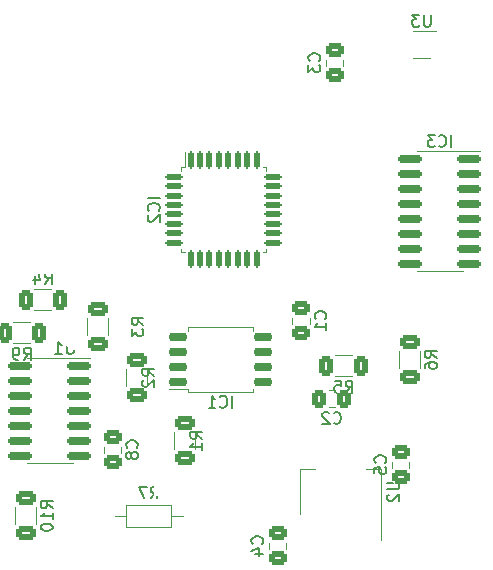
<source format=gbo>
%TF.GenerationSoftware,KiCad,Pcbnew,7.0.1*%
%TF.CreationDate,2023-04-28T23:06:09+02:00*%
%TF.ProjectId,test_ADC_and_CurrentSensors,74657374-5f41-4444-935f-616e645f4375,rev?*%
%TF.SameCoordinates,Original*%
%TF.FileFunction,Legend,Bot*%
%TF.FilePolarity,Positive*%
%FSLAX46Y46*%
G04 Gerber Fmt 4.6, Leading zero omitted, Abs format (unit mm)*
G04 Created by KiCad (PCBNEW 7.0.1) date 2023-04-28 23:06:09*
%MOMM*%
%LPD*%
G01*
G04 APERTURE LIST*
G04 Aperture macros list*
%AMRoundRect*
0 Rectangle with rounded corners*
0 $1 Rounding radius*
0 $2 $3 $4 $5 $6 $7 $8 $9 X,Y pos of 4 corners*
0 Add a 4 corners polygon primitive as box body*
4,1,4,$2,$3,$4,$5,$6,$7,$8,$9,$2,$3,0*
0 Add four circle primitives for the rounded corners*
1,1,$1+$1,$2,$3*
1,1,$1+$1,$4,$5*
1,1,$1+$1,$6,$7*
1,1,$1+$1,$8,$9*
0 Add four rect primitives between the rounded corners*
20,1,$1+$1,$2,$3,$4,$5,0*
20,1,$1+$1,$4,$5,$6,$7,0*
20,1,$1+$1,$6,$7,$8,$9,0*
20,1,$1+$1,$8,$9,$2,$3,0*%
G04 Aperture macros list end*
%ADD10C,0.150000*%
%ADD11C,0.120000*%
%ADD12R,1.700000X1.700000*%
%ADD13O,1.700000X1.700000*%
%ADD14C,1.400000*%
%ADD15O,1.400000X1.400000*%
%ADD16RoundRect,0.125000X-0.125000X0.625000X-0.125000X-0.625000X0.125000X-0.625000X0.125000X0.625000X0*%
%ADD17RoundRect,0.125000X-0.625000X0.125000X-0.625000X-0.125000X0.625000X-0.125000X0.625000X0.125000X0*%
%ADD18RoundRect,0.250000X-0.312500X-0.625000X0.312500X-0.625000X0.312500X0.625000X-0.312500X0.625000X0*%
%ADD19RoundRect,0.250000X0.625000X-0.312500X0.625000X0.312500X-0.625000X0.312500X-0.625000X-0.312500X0*%
%ADD20RoundRect,0.250000X-0.337500X-0.475000X0.337500X-0.475000X0.337500X0.475000X-0.337500X0.475000X0*%
%ADD21RoundRect,0.250000X-0.475000X0.337500X-0.475000X-0.337500X0.475000X-0.337500X0.475000X0.337500X0*%
%ADD22RoundRect,0.150000X0.825000X0.150000X-0.825000X0.150000X-0.825000X-0.150000X0.825000X-0.150000X0*%
%ADD23RoundRect,0.250000X0.312500X0.625000X-0.312500X0.625000X-0.312500X-0.625000X0.312500X-0.625000X0*%
%ADD24R,0.650000X0.400000*%
%ADD25RoundRect,0.250000X0.475000X-0.337500X0.475000X0.337500X-0.475000X0.337500X-0.475000X-0.337500X0*%
%ADD26RoundRect,0.150000X-0.650000X-0.150000X0.650000X-0.150000X0.650000X0.150000X-0.650000X0.150000X0*%
%ADD27R,1.500000X2.000000*%
%ADD28R,3.800000X2.000000*%
G04 APERTURE END LIST*
D10*
%TO.C,IC2*%
X40556619Y-48045810D02*
X39556619Y-48045810D01*
X40461380Y-49093428D02*
X40509000Y-49045809D01*
X40509000Y-49045809D02*
X40556619Y-48902952D01*
X40556619Y-48902952D02*
X40556619Y-48807714D01*
X40556619Y-48807714D02*
X40509000Y-48664857D01*
X40509000Y-48664857D02*
X40413761Y-48569619D01*
X40413761Y-48569619D02*
X40318523Y-48522000D01*
X40318523Y-48522000D02*
X40128047Y-48474381D01*
X40128047Y-48474381D02*
X39985190Y-48474381D01*
X39985190Y-48474381D02*
X39794714Y-48522000D01*
X39794714Y-48522000D02*
X39699476Y-48569619D01*
X39699476Y-48569619D02*
X39604238Y-48664857D01*
X39604238Y-48664857D02*
X39556619Y-48807714D01*
X39556619Y-48807714D02*
X39556619Y-48902952D01*
X39556619Y-48902952D02*
X39604238Y-49045809D01*
X39604238Y-49045809D02*
X39651857Y-49093428D01*
X39651857Y-49474381D02*
X39604238Y-49522000D01*
X39604238Y-49522000D02*
X39556619Y-49617238D01*
X39556619Y-49617238D02*
X39556619Y-49855333D01*
X39556619Y-49855333D02*
X39604238Y-49950571D01*
X39604238Y-49950571D02*
X39651857Y-49998190D01*
X39651857Y-49998190D02*
X39747095Y-50045809D01*
X39747095Y-50045809D02*
X39842333Y-50045809D01*
X39842333Y-50045809D02*
X39985190Y-49998190D01*
X39985190Y-49998190D02*
X40556619Y-49426762D01*
X40556619Y-49426762D02*
X40556619Y-50045809D01*
%TO.C,R5*%
X56300666Y-64512619D02*
X56633999Y-64036428D01*
X56872094Y-64512619D02*
X56872094Y-63512619D01*
X56872094Y-63512619D02*
X56491142Y-63512619D01*
X56491142Y-63512619D02*
X56395904Y-63560238D01*
X56395904Y-63560238D02*
X56348285Y-63607857D01*
X56348285Y-63607857D02*
X56300666Y-63703095D01*
X56300666Y-63703095D02*
X56300666Y-63845952D01*
X56300666Y-63845952D02*
X56348285Y-63941190D01*
X56348285Y-63941190D02*
X56395904Y-63988809D01*
X56395904Y-63988809D02*
X56491142Y-64036428D01*
X56491142Y-64036428D02*
X56872094Y-64036428D01*
X55395904Y-63512619D02*
X55872094Y-63512619D01*
X55872094Y-63512619D02*
X55919713Y-63988809D01*
X55919713Y-63988809D02*
X55872094Y-63941190D01*
X55872094Y-63941190D02*
X55776856Y-63893571D01*
X55776856Y-63893571D02*
X55538761Y-63893571D01*
X55538761Y-63893571D02*
X55443523Y-63941190D01*
X55443523Y-63941190D02*
X55395904Y-63988809D01*
X55395904Y-63988809D02*
X55348285Y-64084047D01*
X55348285Y-64084047D02*
X55348285Y-64322142D01*
X55348285Y-64322142D02*
X55395904Y-64417380D01*
X55395904Y-64417380D02*
X55443523Y-64465000D01*
X55443523Y-64465000D02*
X55538761Y-64512619D01*
X55538761Y-64512619D02*
X55776856Y-64512619D01*
X55776856Y-64512619D02*
X55872094Y-64465000D01*
X55872094Y-64465000D02*
X55919713Y-64417380D01*
%TO.C,R2*%
X40090619Y-63079333D02*
X39614428Y-62746000D01*
X40090619Y-62507905D02*
X39090619Y-62507905D01*
X39090619Y-62507905D02*
X39090619Y-62888857D01*
X39090619Y-62888857D02*
X39138238Y-62984095D01*
X39138238Y-62984095D02*
X39185857Y-63031714D01*
X39185857Y-63031714D02*
X39281095Y-63079333D01*
X39281095Y-63079333D02*
X39423952Y-63079333D01*
X39423952Y-63079333D02*
X39519190Y-63031714D01*
X39519190Y-63031714D02*
X39566809Y-62984095D01*
X39566809Y-62984095D02*
X39614428Y-62888857D01*
X39614428Y-62888857D02*
X39614428Y-62507905D01*
X39185857Y-63460286D02*
X39138238Y-63507905D01*
X39138238Y-63507905D02*
X39090619Y-63603143D01*
X39090619Y-63603143D02*
X39090619Y-63841238D01*
X39090619Y-63841238D02*
X39138238Y-63936476D01*
X39138238Y-63936476D02*
X39185857Y-63984095D01*
X39185857Y-63984095D02*
X39281095Y-64031714D01*
X39281095Y-64031714D02*
X39376333Y-64031714D01*
X39376333Y-64031714D02*
X39519190Y-63984095D01*
X39519190Y-63984095D02*
X40090619Y-63412667D01*
X40090619Y-63412667D02*
X40090619Y-64031714D01*
%TO.C,C2*%
X55284666Y-67071380D02*
X55332285Y-67119000D01*
X55332285Y-67119000D02*
X55475142Y-67166619D01*
X55475142Y-67166619D02*
X55570380Y-67166619D01*
X55570380Y-67166619D02*
X55713237Y-67119000D01*
X55713237Y-67119000D02*
X55808475Y-67023761D01*
X55808475Y-67023761D02*
X55856094Y-66928523D01*
X55856094Y-66928523D02*
X55903713Y-66738047D01*
X55903713Y-66738047D02*
X55903713Y-66595190D01*
X55903713Y-66595190D02*
X55856094Y-66404714D01*
X55856094Y-66404714D02*
X55808475Y-66309476D01*
X55808475Y-66309476D02*
X55713237Y-66214238D01*
X55713237Y-66214238D02*
X55570380Y-66166619D01*
X55570380Y-66166619D02*
X55475142Y-66166619D01*
X55475142Y-66166619D02*
X55332285Y-66214238D01*
X55332285Y-66214238D02*
X55284666Y-66261857D01*
X54903713Y-66261857D02*
X54856094Y-66214238D01*
X54856094Y-66214238D02*
X54760856Y-66166619D01*
X54760856Y-66166619D02*
X54522761Y-66166619D01*
X54522761Y-66166619D02*
X54427523Y-66214238D01*
X54427523Y-66214238D02*
X54379904Y-66261857D01*
X54379904Y-66261857D02*
X54332285Y-66357095D01*
X54332285Y-66357095D02*
X54332285Y-66452333D01*
X54332285Y-66452333D02*
X54379904Y-66595190D01*
X54379904Y-66595190D02*
X54951332Y-67166619D01*
X54951332Y-67166619D02*
X54332285Y-67166619D01*
%TO.C,C4*%
X49233380Y-77303333D02*
X49281000Y-77255714D01*
X49281000Y-77255714D02*
X49328619Y-77112857D01*
X49328619Y-77112857D02*
X49328619Y-77017619D01*
X49328619Y-77017619D02*
X49281000Y-76874762D01*
X49281000Y-76874762D02*
X49185761Y-76779524D01*
X49185761Y-76779524D02*
X49090523Y-76731905D01*
X49090523Y-76731905D02*
X48900047Y-76684286D01*
X48900047Y-76684286D02*
X48757190Y-76684286D01*
X48757190Y-76684286D02*
X48566714Y-76731905D01*
X48566714Y-76731905D02*
X48471476Y-76779524D01*
X48471476Y-76779524D02*
X48376238Y-76874762D01*
X48376238Y-76874762D02*
X48328619Y-77017619D01*
X48328619Y-77017619D02*
X48328619Y-77112857D01*
X48328619Y-77112857D02*
X48376238Y-77255714D01*
X48376238Y-77255714D02*
X48423857Y-77303333D01*
X48661952Y-78160476D02*
X49328619Y-78160476D01*
X48281000Y-77922381D02*
X48995285Y-77684286D01*
X48995285Y-77684286D02*
X48995285Y-78303333D01*
%TO.C,IC3*%
X65243189Y-43711619D02*
X65243189Y-42711619D01*
X64195571Y-43616380D02*
X64243190Y-43664000D01*
X64243190Y-43664000D02*
X64386047Y-43711619D01*
X64386047Y-43711619D02*
X64481285Y-43711619D01*
X64481285Y-43711619D02*
X64624142Y-43664000D01*
X64624142Y-43664000D02*
X64719380Y-43568761D01*
X64719380Y-43568761D02*
X64766999Y-43473523D01*
X64766999Y-43473523D02*
X64814618Y-43283047D01*
X64814618Y-43283047D02*
X64814618Y-43140190D01*
X64814618Y-43140190D02*
X64766999Y-42949714D01*
X64766999Y-42949714D02*
X64719380Y-42854476D01*
X64719380Y-42854476D02*
X64624142Y-42759238D01*
X64624142Y-42759238D02*
X64481285Y-42711619D01*
X64481285Y-42711619D02*
X64386047Y-42711619D01*
X64386047Y-42711619D02*
X64243190Y-42759238D01*
X64243190Y-42759238D02*
X64195571Y-42806857D01*
X63862237Y-42711619D02*
X63243190Y-42711619D01*
X63243190Y-42711619D02*
X63576523Y-43092571D01*
X63576523Y-43092571D02*
X63433666Y-43092571D01*
X63433666Y-43092571D02*
X63338428Y-43140190D01*
X63338428Y-43140190D02*
X63290809Y-43187809D01*
X63290809Y-43187809D02*
X63243190Y-43283047D01*
X63243190Y-43283047D02*
X63243190Y-43521142D01*
X63243190Y-43521142D02*
X63290809Y-43616380D01*
X63290809Y-43616380D02*
X63338428Y-43664000D01*
X63338428Y-43664000D02*
X63433666Y-43711619D01*
X63433666Y-43711619D02*
X63719380Y-43711619D01*
X63719380Y-43711619D02*
X63814618Y-43664000D01*
X63814618Y-43664000D02*
X63862237Y-43616380D01*
%TO.C,R3*%
X39188619Y-58761333D02*
X38712428Y-58428000D01*
X39188619Y-58189905D02*
X38188619Y-58189905D01*
X38188619Y-58189905D02*
X38188619Y-58570857D01*
X38188619Y-58570857D02*
X38236238Y-58666095D01*
X38236238Y-58666095D02*
X38283857Y-58713714D01*
X38283857Y-58713714D02*
X38379095Y-58761333D01*
X38379095Y-58761333D02*
X38521952Y-58761333D01*
X38521952Y-58761333D02*
X38617190Y-58713714D01*
X38617190Y-58713714D02*
X38664809Y-58666095D01*
X38664809Y-58666095D02*
X38712428Y-58570857D01*
X38712428Y-58570857D02*
X38712428Y-58189905D01*
X38188619Y-59094667D02*
X38188619Y-59713714D01*
X38188619Y-59713714D02*
X38569571Y-59380381D01*
X38569571Y-59380381D02*
X38569571Y-59523238D01*
X38569571Y-59523238D02*
X38617190Y-59618476D01*
X38617190Y-59618476D02*
X38664809Y-59666095D01*
X38664809Y-59666095D02*
X38760047Y-59713714D01*
X38760047Y-59713714D02*
X38998142Y-59713714D01*
X38998142Y-59713714D02*
X39093380Y-59666095D01*
X39093380Y-59666095D02*
X39141000Y-59618476D01*
X39141000Y-59618476D02*
X39188619Y-59523238D01*
X39188619Y-59523238D02*
X39188619Y-59237524D01*
X39188619Y-59237524D02*
X39141000Y-59142286D01*
X39141000Y-59142286D02*
X39093380Y-59094667D01*
%TO.C,R1*%
X44154619Y-68413333D02*
X43678428Y-68080000D01*
X44154619Y-67841905D02*
X43154619Y-67841905D01*
X43154619Y-67841905D02*
X43154619Y-68222857D01*
X43154619Y-68222857D02*
X43202238Y-68318095D01*
X43202238Y-68318095D02*
X43249857Y-68365714D01*
X43249857Y-68365714D02*
X43345095Y-68413333D01*
X43345095Y-68413333D02*
X43487952Y-68413333D01*
X43487952Y-68413333D02*
X43583190Y-68365714D01*
X43583190Y-68365714D02*
X43630809Y-68318095D01*
X43630809Y-68318095D02*
X43678428Y-68222857D01*
X43678428Y-68222857D02*
X43678428Y-67841905D01*
X44154619Y-69365714D02*
X44154619Y-68794286D01*
X44154619Y-69080000D02*
X43154619Y-69080000D01*
X43154619Y-69080000D02*
X43297476Y-68984762D01*
X43297476Y-68984762D02*
X43392714Y-68889524D01*
X43392714Y-68889524D02*
X43440333Y-68794286D01*
%TO.C,R4*%
X30839166Y-55284619D02*
X31172499Y-54808428D01*
X31410594Y-55284619D02*
X31410594Y-54284619D01*
X31410594Y-54284619D02*
X31029642Y-54284619D01*
X31029642Y-54284619D02*
X30934404Y-54332238D01*
X30934404Y-54332238D02*
X30886785Y-54379857D01*
X30886785Y-54379857D02*
X30839166Y-54475095D01*
X30839166Y-54475095D02*
X30839166Y-54617952D01*
X30839166Y-54617952D02*
X30886785Y-54713190D01*
X30886785Y-54713190D02*
X30934404Y-54760809D01*
X30934404Y-54760809D02*
X31029642Y-54808428D01*
X31029642Y-54808428D02*
X31410594Y-54808428D01*
X29982023Y-54617952D02*
X29982023Y-55284619D01*
X30220118Y-54237000D02*
X30458213Y-54951285D01*
X30458213Y-54951285D02*
X29839166Y-54951285D01*
%TO.C,U3*%
X63499904Y-32514619D02*
X63499904Y-33324142D01*
X63499904Y-33324142D02*
X63452285Y-33419380D01*
X63452285Y-33419380D02*
X63404666Y-33467000D01*
X63404666Y-33467000D02*
X63309428Y-33514619D01*
X63309428Y-33514619D02*
X63118952Y-33514619D01*
X63118952Y-33514619D02*
X63023714Y-33467000D01*
X63023714Y-33467000D02*
X62976095Y-33419380D01*
X62976095Y-33419380D02*
X62928476Y-33324142D01*
X62928476Y-33324142D02*
X62928476Y-32514619D01*
X62547523Y-32514619D02*
X61928476Y-32514619D01*
X61928476Y-32514619D02*
X62261809Y-32895571D01*
X62261809Y-32895571D02*
X62118952Y-32895571D01*
X62118952Y-32895571D02*
X62023714Y-32943190D01*
X62023714Y-32943190D02*
X61976095Y-32990809D01*
X61976095Y-32990809D02*
X61928476Y-33086047D01*
X61928476Y-33086047D02*
X61928476Y-33324142D01*
X61928476Y-33324142D02*
X61976095Y-33419380D01*
X61976095Y-33419380D02*
X62023714Y-33467000D01*
X62023714Y-33467000D02*
X62118952Y-33514619D01*
X62118952Y-33514619D02*
X62404666Y-33514619D01*
X62404666Y-33514619D02*
X62499904Y-33467000D01*
X62499904Y-33467000D02*
X62547523Y-33419380D01*
%TO.C,R9*%
X29061166Y-61718619D02*
X29394499Y-61242428D01*
X29632594Y-61718619D02*
X29632594Y-60718619D01*
X29632594Y-60718619D02*
X29251642Y-60718619D01*
X29251642Y-60718619D02*
X29156404Y-60766238D01*
X29156404Y-60766238D02*
X29108785Y-60813857D01*
X29108785Y-60813857D02*
X29061166Y-60909095D01*
X29061166Y-60909095D02*
X29061166Y-61051952D01*
X29061166Y-61051952D02*
X29108785Y-61147190D01*
X29108785Y-61147190D02*
X29156404Y-61194809D01*
X29156404Y-61194809D02*
X29251642Y-61242428D01*
X29251642Y-61242428D02*
X29632594Y-61242428D01*
X28584975Y-61718619D02*
X28394499Y-61718619D01*
X28394499Y-61718619D02*
X28299261Y-61671000D01*
X28299261Y-61671000D02*
X28251642Y-61623380D01*
X28251642Y-61623380D02*
X28156404Y-61480523D01*
X28156404Y-61480523D02*
X28108785Y-61290047D01*
X28108785Y-61290047D02*
X28108785Y-60909095D01*
X28108785Y-60909095D02*
X28156404Y-60813857D01*
X28156404Y-60813857D02*
X28204023Y-60766238D01*
X28204023Y-60766238D02*
X28299261Y-60718619D01*
X28299261Y-60718619D02*
X28489737Y-60718619D01*
X28489737Y-60718619D02*
X28584975Y-60766238D01*
X28584975Y-60766238D02*
X28632594Y-60813857D01*
X28632594Y-60813857D02*
X28680213Y-60909095D01*
X28680213Y-60909095D02*
X28680213Y-61147190D01*
X28680213Y-61147190D02*
X28632594Y-61242428D01*
X28632594Y-61242428D02*
X28584975Y-61290047D01*
X28584975Y-61290047D02*
X28489737Y-61337666D01*
X28489737Y-61337666D02*
X28299261Y-61337666D01*
X28299261Y-61337666D02*
X28204023Y-61290047D01*
X28204023Y-61290047D02*
X28156404Y-61242428D01*
X28156404Y-61242428D02*
X28108785Y-61147190D01*
%TO.C,R7*%
X39790666Y-73472619D02*
X40123999Y-72996428D01*
X40362094Y-73472619D02*
X40362094Y-72472619D01*
X40362094Y-72472619D02*
X39981142Y-72472619D01*
X39981142Y-72472619D02*
X39885904Y-72520238D01*
X39885904Y-72520238D02*
X39838285Y-72567857D01*
X39838285Y-72567857D02*
X39790666Y-72663095D01*
X39790666Y-72663095D02*
X39790666Y-72805952D01*
X39790666Y-72805952D02*
X39838285Y-72901190D01*
X39838285Y-72901190D02*
X39885904Y-72948809D01*
X39885904Y-72948809D02*
X39981142Y-72996428D01*
X39981142Y-72996428D02*
X40362094Y-72996428D01*
X39457332Y-72472619D02*
X38790666Y-72472619D01*
X38790666Y-72472619D02*
X39219237Y-73472619D01*
%TO.C,C1*%
X54576380Y-58253333D02*
X54624000Y-58205714D01*
X54624000Y-58205714D02*
X54671619Y-58062857D01*
X54671619Y-58062857D02*
X54671619Y-57967619D01*
X54671619Y-57967619D02*
X54624000Y-57824762D01*
X54624000Y-57824762D02*
X54528761Y-57729524D01*
X54528761Y-57729524D02*
X54433523Y-57681905D01*
X54433523Y-57681905D02*
X54243047Y-57634286D01*
X54243047Y-57634286D02*
X54100190Y-57634286D01*
X54100190Y-57634286D02*
X53909714Y-57681905D01*
X53909714Y-57681905D02*
X53814476Y-57729524D01*
X53814476Y-57729524D02*
X53719238Y-57824762D01*
X53719238Y-57824762D02*
X53671619Y-57967619D01*
X53671619Y-57967619D02*
X53671619Y-58062857D01*
X53671619Y-58062857D02*
X53719238Y-58205714D01*
X53719238Y-58205714D02*
X53766857Y-58253333D01*
X54671619Y-59205714D02*
X54671619Y-58634286D01*
X54671619Y-58920000D02*
X53671619Y-58920000D01*
X53671619Y-58920000D02*
X53814476Y-58824762D01*
X53814476Y-58824762D02*
X53909714Y-58729524D01*
X53909714Y-58729524D02*
X53957333Y-58634286D01*
%TO.C,R10*%
X31492619Y-74287142D02*
X31016428Y-73953809D01*
X31492619Y-73715714D02*
X30492619Y-73715714D01*
X30492619Y-73715714D02*
X30492619Y-74096666D01*
X30492619Y-74096666D02*
X30540238Y-74191904D01*
X30540238Y-74191904D02*
X30587857Y-74239523D01*
X30587857Y-74239523D02*
X30683095Y-74287142D01*
X30683095Y-74287142D02*
X30825952Y-74287142D01*
X30825952Y-74287142D02*
X30921190Y-74239523D01*
X30921190Y-74239523D02*
X30968809Y-74191904D01*
X30968809Y-74191904D02*
X31016428Y-74096666D01*
X31016428Y-74096666D02*
X31016428Y-73715714D01*
X31492619Y-75239523D02*
X31492619Y-74668095D01*
X31492619Y-74953809D02*
X30492619Y-74953809D01*
X30492619Y-74953809D02*
X30635476Y-74858571D01*
X30635476Y-74858571D02*
X30730714Y-74763333D01*
X30730714Y-74763333D02*
X30778333Y-74668095D01*
X30492619Y-75858571D02*
X30492619Y-75953809D01*
X30492619Y-75953809D02*
X30540238Y-76049047D01*
X30540238Y-76049047D02*
X30587857Y-76096666D01*
X30587857Y-76096666D02*
X30683095Y-76144285D01*
X30683095Y-76144285D02*
X30873571Y-76191904D01*
X30873571Y-76191904D02*
X31111666Y-76191904D01*
X31111666Y-76191904D02*
X31302142Y-76144285D01*
X31302142Y-76144285D02*
X31397380Y-76096666D01*
X31397380Y-76096666D02*
X31445000Y-76049047D01*
X31445000Y-76049047D02*
X31492619Y-75953809D01*
X31492619Y-75953809D02*
X31492619Y-75858571D01*
X31492619Y-75858571D02*
X31445000Y-75763333D01*
X31445000Y-75763333D02*
X31397380Y-75715714D01*
X31397380Y-75715714D02*
X31302142Y-75668095D01*
X31302142Y-75668095D02*
X31111666Y-75620476D01*
X31111666Y-75620476D02*
X30873571Y-75620476D01*
X30873571Y-75620476D02*
X30683095Y-75668095D01*
X30683095Y-75668095D02*
X30587857Y-75715714D01*
X30587857Y-75715714D02*
X30540238Y-75763333D01*
X30540238Y-75763333D02*
X30492619Y-75858571D01*
%TO.C,IC1*%
X46696189Y-65774619D02*
X46696189Y-64774619D01*
X45648571Y-65679380D02*
X45696190Y-65727000D01*
X45696190Y-65727000D02*
X45839047Y-65774619D01*
X45839047Y-65774619D02*
X45934285Y-65774619D01*
X45934285Y-65774619D02*
X46077142Y-65727000D01*
X46077142Y-65727000D02*
X46172380Y-65631761D01*
X46172380Y-65631761D02*
X46219999Y-65536523D01*
X46219999Y-65536523D02*
X46267618Y-65346047D01*
X46267618Y-65346047D02*
X46267618Y-65203190D01*
X46267618Y-65203190D02*
X46219999Y-65012714D01*
X46219999Y-65012714D02*
X46172380Y-64917476D01*
X46172380Y-64917476D02*
X46077142Y-64822238D01*
X46077142Y-64822238D02*
X45934285Y-64774619D01*
X45934285Y-64774619D02*
X45839047Y-64774619D01*
X45839047Y-64774619D02*
X45696190Y-64822238D01*
X45696190Y-64822238D02*
X45648571Y-64869857D01*
X44696190Y-65774619D02*
X45267618Y-65774619D01*
X44981904Y-65774619D02*
X44981904Y-64774619D01*
X44981904Y-64774619D02*
X45077142Y-64917476D01*
X45077142Y-64917476D02*
X45172380Y-65012714D01*
X45172380Y-65012714D02*
X45267618Y-65060333D01*
%TO.C,R6*%
X64004619Y-61555333D02*
X63528428Y-61222000D01*
X64004619Y-60983905D02*
X63004619Y-60983905D01*
X63004619Y-60983905D02*
X63004619Y-61364857D01*
X63004619Y-61364857D02*
X63052238Y-61460095D01*
X63052238Y-61460095D02*
X63099857Y-61507714D01*
X63099857Y-61507714D02*
X63195095Y-61555333D01*
X63195095Y-61555333D02*
X63337952Y-61555333D01*
X63337952Y-61555333D02*
X63433190Y-61507714D01*
X63433190Y-61507714D02*
X63480809Y-61460095D01*
X63480809Y-61460095D02*
X63528428Y-61364857D01*
X63528428Y-61364857D02*
X63528428Y-60983905D01*
X63004619Y-62412476D02*
X63004619Y-62222000D01*
X63004619Y-62222000D02*
X63052238Y-62126762D01*
X63052238Y-62126762D02*
X63099857Y-62079143D01*
X63099857Y-62079143D02*
X63242714Y-61983905D01*
X63242714Y-61983905D02*
X63433190Y-61936286D01*
X63433190Y-61936286D02*
X63814142Y-61936286D01*
X63814142Y-61936286D02*
X63909380Y-61983905D01*
X63909380Y-61983905D02*
X63957000Y-62031524D01*
X63957000Y-62031524D02*
X64004619Y-62126762D01*
X64004619Y-62126762D02*
X64004619Y-62317238D01*
X64004619Y-62317238D02*
X63957000Y-62412476D01*
X63957000Y-62412476D02*
X63909380Y-62460095D01*
X63909380Y-62460095D02*
X63814142Y-62507714D01*
X63814142Y-62507714D02*
X63576047Y-62507714D01*
X63576047Y-62507714D02*
X63480809Y-62460095D01*
X63480809Y-62460095D02*
X63433190Y-62412476D01*
X63433190Y-62412476D02*
X63385571Y-62317238D01*
X63385571Y-62317238D02*
X63385571Y-62126762D01*
X63385571Y-62126762D02*
X63433190Y-62031524D01*
X63433190Y-62031524D02*
X63480809Y-61983905D01*
X63480809Y-61983905D02*
X63576047Y-61936286D01*
%TO.C,C8*%
X38623380Y-69175333D02*
X38671000Y-69127714D01*
X38671000Y-69127714D02*
X38718619Y-68984857D01*
X38718619Y-68984857D02*
X38718619Y-68889619D01*
X38718619Y-68889619D02*
X38671000Y-68746762D01*
X38671000Y-68746762D02*
X38575761Y-68651524D01*
X38575761Y-68651524D02*
X38480523Y-68603905D01*
X38480523Y-68603905D02*
X38290047Y-68556286D01*
X38290047Y-68556286D02*
X38147190Y-68556286D01*
X38147190Y-68556286D02*
X37956714Y-68603905D01*
X37956714Y-68603905D02*
X37861476Y-68651524D01*
X37861476Y-68651524D02*
X37766238Y-68746762D01*
X37766238Y-68746762D02*
X37718619Y-68889619D01*
X37718619Y-68889619D02*
X37718619Y-68984857D01*
X37718619Y-68984857D02*
X37766238Y-69127714D01*
X37766238Y-69127714D02*
X37813857Y-69175333D01*
X38147190Y-69746762D02*
X38099571Y-69651524D01*
X38099571Y-69651524D02*
X38051952Y-69603905D01*
X38051952Y-69603905D02*
X37956714Y-69556286D01*
X37956714Y-69556286D02*
X37909095Y-69556286D01*
X37909095Y-69556286D02*
X37813857Y-69603905D01*
X37813857Y-69603905D02*
X37766238Y-69651524D01*
X37766238Y-69651524D02*
X37718619Y-69746762D01*
X37718619Y-69746762D02*
X37718619Y-69937238D01*
X37718619Y-69937238D02*
X37766238Y-70032476D01*
X37766238Y-70032476D02*
X37813857Y-70080095D01*
X37813857Y-70080095D02*
X37909095Y-70127714D01*
X37909095Y-70127714D02*
X37956714Y-70127714D01*
X37956714Y-70127714D02*
X38051952Y-70080095D01*
X38051952Y-70080095D02*
X38099571Y-70032476D01*
X38099571Y-70032476D02*
X38147190Y-69937238D01*
X38147190Y-69937238D02*
X38147190Y-69746762D01*
X38147190Y-69746762D02*
X38194809Y-69651524D01*
X38194809Y-69651524D02*
X38242428Y-69603905D01*
X38242428Y-69603905D02*
X38337666Y-69556286D01*
X38337666Y-69556286D02*
X38528142Y-69556286D01*
X38528142Y-69556286D02*
X38623380Y-69603905D01*
X38623380Y-69603905D02*
X38671000Y-69651524D01*
X38671000Y-69651524D02*
X38718619Y-69746762D01*
X38718619Y-69746762D02*
X38718619Y-69937238D01*
X38718619Y-69937238D02*
X38671000Y-70032476D01*
X38671000Y-70032476D02*
X38623380Y-70080095D01*
X38623380Y-70080095D02*
X38528142Y-70127714D01*
X38528142Y-70127714D02*
X38337666Y-70127714D01*
X38337666Y-70127714D02*
X38242428Y-70080095D01*
X38242428Y-70080095D02*
X38194809Y-70032476D01*
X38194809Y-70032476D02*
X38147190Y-69937238D01*
%TO.C,U1*%
X33273904Y-60222619D02*
X33273904Y-61032142D01*
X33273904Y-61032142D02*
X33226285Y-61127380D01*
X33226285Y-61127380D02*
X33178666Y-61175000D01*
X33178666Y-61175000D02*
X33083428Y-61222619D01*
X33083428Y-61222619D02*
X32892952Y-61222619D01*
X32892952Y-61222619D02*
X32797714Y-61175000D01*
X32797714Y-61175000D02*
X32750095Y-61127380D01*
X32750095Y-61127380D02*
X32702476Y-61032142D01*
X32702476Y-61032142D02*
X32702476Y-60222619D01*
X31702476Y-61222619D02*
X32273904Y-61222619D01*
X31988190Y-61222619D02*
X31988190Y-60222619D01*
X31988190Y-60222619D02*
X32083428Y-60365476D01*
X32083428Y-60365476D02*
X32178666Y-60460714D01*
X32178666Y-60460714D02*
X32273904Y-60508333D01*
%TO.C,U2*%
X59842619Y-72136095D02*
X60652142Y-72136095D01*
X60652142Y-72136095D02*
X60747380Y-72183714D01*
X60747380Y-72183714D02*
X60795000Y-72231333D01*
X60795000Y-72231333D02*
X60842619Y-72326571D01*
X60842619Y-72326571D02*
X60842619Y-72517047D01*
X60842619Y-72517047D02*
X60795000Y-72612285D01*
X60795000Y-72612285D02*
X60747380Y-72659904D01*
X60747380Y-72659904D02*
X60652142Y-72707523D01*
X60652142Y-72707523D02*
X59842619Y-72707523D01*
X59937857Y-73136095D02*
X59890238Y-73183714D01*
X59890238Y-73183714D02*
X59842619Y-73278952D01*
X59842619Y-73278952D02*
X59842619Y-73517047D01*
X59842619Y-73517047D02*
X59890238Y-73612285D01*
X59890238Y-73612285D02*
X59937857Y-73659904D01*
X59937857Y-73659904D02*
X60033095Y-73707523D01*
X60033095Y-73707523D02*
X60128333Y-73707523D01*
X60128333Y-73707523D02*
X60271190Y-73659904D01*
X60271190Y-73659904D02*
X60842619Y-73088476D01*
X60842619Y-73088476D02*
X60842619Y-73707523D01*
%TO.C,C5*%
X59647380Y-70445333D02*
X59695000Y-70397714D01*
X59695000Y-70397714D02*
X59742619Y-70254857D01*
X59742619Y-70254857D02*
X59742619Y-70159619D01*
X59742619Y-70159619D02*
X59695000Y-70016762D01*
X59695000Y-70016762D02*
X59599761Y-69921524D01*
X59599761Y-69921524D02*
X59504523Y-69873905D01*
X59504523Y-69873905D02*
X59314047Y-69826286D01*
X59314047Y-69826286D02*
X59171190Y-69826286D01*
X59171190Y-69826286D02*
X58980714Y-69873905D01*
X58980714Y-69873905D02*
X58885476Y-69921524D01*
X58885476Y-69921524D02*
X58790238Y-70016762D01*
X58790238Y-70016762D02*
X58742619Y-70159619D01*
X58742619Y-70159619D02*
X58742619Y-70254857D01*
X58742619Y-70254857D02*
X58790238Y-70397714D01*
X58790238Y-70397714D02*
X58837857Y-70445333D01*
X58742619Y-71350095D02*
X58742619Y-70873905D01*
X58742619Y-70873905D02*
X59218809Y-70826286D01*
X59218809Y-70826286D02*
X59171190Y-70873905D01*
X59171190Y-70873905D02*
X59123571Y-70969143D01*
X59123571Y-70969143D02*
X59123571Y-71207238D01*
X59123571Y-71207238D02*
X59171190Y-71302476D01*
X59171190Y-71302476D02*
X59218809Y-71350095D01*
X59218809Y-71350095D02*
X59314047Y-71397714D01*
X59314047Y-71397714D02*
X59552142Y-71397714D01*
X59552142Y-71397714D02*
X59647380Y-71350095D01*
X59647380Y-71350095D02*
X59695000Y-71302476D01*
X59695000Y-71302476D02*
X59742619Y-71207238D01*
X59742619Y-71207238D02*
X59742619Y-70969143D01*
X59742619Y-70969143D02*
X59695000Y-70873905D01*
X59695000Y-70873905D02*
X59647380Y-70826286D01*
%TO.C,C3*%
X54059380Y-36409333D02*
X54107000Y-36361714D01*
X54107000Y-36361714D02*
X54154619Y-36218857D01*
X54154619Y-36218857D02*
X54154619Y-36123619D01*
X54154619Y-36123619D02*
X54107000Y-35980762D01*
X54107000Y-35980762D02*
X54011761Y-35885524D01*
X54011761Y-35885524D02*
X53916523Y-35837905D01*
X53916523Y-35837905D02*
X53726047Y-35790286D01*
X53726047Y-35790286D02*
X53583190Y-35790286D01*
X53583190Y-35790286D02*
X53392714Y-35837905D01*
X53392714Y-35837905D02*
X53297476Y-35885524D01*
X53297476Y-35885524D02*
X53202238Y-35980762D01*
X53202238Y-35980762D02*
X53154619Y-36123619D01*
X53154619Y-36123619D02*
X53154619Y-36218857D01*
X53154619Y-36218857D02*
X53202238Y-36361714D01*
X53202238Y-36361714D02*
X53249857Y-36409333D01*
X53154619Y-36742667D02*
X53154619Y-37361714D01*
X53154619Y-37361714D02*
X53535571Y-37028381D01*
X53535571Y-37028381D02*
X53535571Y-37171238D01*
X53535571Y-37171238D02*
X53583190Y-37266476D01*
X53583190Y-37266476D02*
X53630809Y-37314095D01*
X53630809Y-37314095D02*
X53726047Y-37361714D01*
X53726047Y-37361714D02*
X53964142Y-37361714D01*
X53964142Y-37361714D02*
X54059380Y-37314095D01*
X54059380Y-37314095D02*
X54107000Y-37266476D01*
X54107000Y-37266476D02*
X54154619Y-37171238D01*
X54154619Y-37171238D02*
X54154619Y-36885524D01*
X54154619Y-36885524D02*
X54107000Y-36790286D01*
X54107000Y-36790286D02*
X54059380Y-36742667D01*
D11*
%TO.C,IC2*%
X49584000Y-45412000D02*
X49284000Y-45412000D01*
X42664000Y-45412000D02*
X42664000Y-44097000D01*
X42364000Y-45412000D02*
X42664000Y-45412000D01*
X49584000Y-45712000D02*
X49584000Y-45412000D01*
X42364000Y-45712000D02*
X42364000Y-45412000D01*
X49584000Y-52332000D02*
X49584000Y-52632000D01*
X42364000Y-52332000D02*
X42364000Y-52632000D01*
X49584000Y-52632000D02*
X49284000Y-52632000D01*
X42364000Y-52632000D02*
X42664000Y-52632000D01*
%TO.C,R5*%
X55406936Y-61320000D02*
X56861064Y-61320000D01*
X55406936Y-63140000D02*
X56861064Y-63140000D01*
%TO.C,R2*%
X37698000Y-63973064D02*
X37698000Y-62518936D01*
X39518000Y-63973064D02*
X39518000Y-62518936D01*
%TO.C,C2*%
X54856748Y-64289000D02*
X55379252Y-64289000D01*
X54856748Y-65759000D02*
X55379252Y-65759000D01*
%TO.C,C4*%
X51281000Y-77208748D02*
X51281000Y-77731252D01*
X49811000Y-77208748D02*
X49811000Y-77731252D01*
%TO.C,IC3*%
X64267000Y-54209000D02*
X66217000Y-54209000D01*
X64267000Y-54209000D02*
X62317000Y-54209000D01*
X64267000Y-44089000D02*
X67717000Y-44089000D01*
X64267000Y-44089000D02*
X62317000Y-44089000D01*
%TO.C,R3*%
X34396000Y-59655064D02*
X34396000Y-58200936D01*
X36216000Y-59655064D02*
X36216000Y-58200936D01*
%TO.C,R1*%
X41762000Y-69307064D02*
X41762000Y-67852936D01*
X43582000Y-69307064D02*
X43582000Y-67852936D01*
%TO.C,R4*%
X31399564Y-57552000D02*
X29945436Y-57552000D01*
X31399564Y-55732000D02*
X29945436Y-55732000D01*
%TO.C,U3*%
X63438000Y-36212000D02*
X62038000Y-36212000D01*
X62038000Y-33892000D02*
X63938000Y-33892000D01*
%TO.C,R9*%
X28167436Y-58526000D02*
X29621564Y-58526000D01*
X28167436Y-60346000D02*
X29621564Y-60346000D01*
%TO.C,R7*%
X42494000Y-74930000D02*
X41544000Y-74930000D01*
X41544000Y-75850000D02*
X37704000Y-75850000D01*
X41544000Y-74010000D02*
X41544000Y-75850000D01*
X37704000Y-75850000D02*
X37704000Y-74010000D01*
X37704000Y-74010000D02*
X41544000Y-74010000D01*
X36754000Y-74930000D02*
X37704000Y-74930000D01*
%TO.C,C1*%
X51794000Y-58681252D02*
X51794000Y-58158748D01*
X53264000Y-58681252D02*
X53264000Y-58158748D01*
%TO.C,R10*%
X28300000Y-75657064D02*
X28300000Y-74202936D01*
X30120000Y-75657064D02*
X30120000Y-74202936D01*
%TO.C,IC1*%
X42972500Y-58974500D02*
X42972500Y-59257000D01*
X42972500Y-64187000D02*
X41320000Y-64187000D01*
X42972500Y-64469500D02*
X42972500Y-64187000D01*
X45720000Y-58974500D02*
X42972500Y-58974500D01*
X45720000Y-58974500D02*
X48467500Y-58974500D01*
X45720000Y-64469500D02*
X42972500Y-64469500D01*
X45720000Y-64469500D02*
X48467500Y-64469500D01*
X48467500Y-58974500D02*
X48467500Y-59257000D01*
X48467500Y-64469500D02*
X48467500Y-64187000D01*
%TO.C,R6*%
X60812000Y-62449064D02*
X60812000Y-60994936D01*
X62632000Y-62449064D02*
X62632000Y-60994936D01*
%TO.C,C8*%
X35841000Y-69603252D02*
X35841000Y-69080748D01*
X37311000Y-69603252D02*
X37311000Y-69080748D01*
%TO.C,U1*%
X31242000Y-70475000D02*
X33192000Y-70475000D01*
X31242000Y-70475000D02*
X29292000Y-70475000D01*
X31242000Y-61605000D02*
X34692000Y-61605000D01*
X31242000Y-61605000D02*
X29292000Y-61605000D01*
%TO.C,U2*%
X59290000Y-76998000D02*
X59290000Y-70988000D01*
X52470000Y-74748000D02*
X52470000Y-70988000D01*
X52470000Y-70988000D02*
X53730000Y-70988000D01*
X59290000Y-70988000D02*
X58030000Y-70988000D01*
%TO.C,C5*%
X61695000Y-70350748D02*
X61695000Y-70873252D01*
X60225000Y-70350748D02*
X60225000Y-70873252D01*
%TO.C,C3*%
X56107000Y-36314748D02*
X56107000Y-36837252D01*
X54637000Y-36314748D02*
X54637000Y-36837252D01*
%TD*%
%LPC*%
D12*
%TO.C,J8*%
X74930000Y-72390000D03*
D13*
X74930000Y-74930000D03*
X74930000Y-77470000D03*
%TD*%
D12*
%TO.C,J4*%
X55880000Y-55118000D03*
D13*
X55880000Y-52578000D03*
X55880000Y-50038000D03*
X55880000Y-47498000D03*
X55880000Y-44958000D03*
X55880000Y-42418000D03*
%TD*%
D12*
%TO.C,J6*%
X67818000Y-72390000D03*
D13*
X67818000Y-74930000D03*
X67818000Y-77470000D03*
%TD*%
D12*
%TO.C,J2*%
X40386000Y-39116000D03*
D13*
X42926000Y-39116000D03*
X45466000Y-39116000D03*
X48006000Y-39116000D03*
X50546000Y-39116000D03*
%TD*%
D12*
%TO.C,J3*%
X48260000Y-71802000D03*
D13*
X48260000Y-69262000D03*
X48260000Y-66722000D03*
%TD*%
D12*
%TO.C,J5*%
X40889000Y-72390000D03*
D13*
X43429000Y-72390000D03*
%TD*%
D14*
%TO.C,R8*%
X33274000Y-60198000D03*
D15*
X25654000Y-60198000D03*
%TD*%
D12*
%TO.C,J9*%
X33523000Y-72898000D03*
D13*
X36063000Y-72898000D03*
%TD*%
D12*
%TO.C,J7*%
X71374000Y-72390000D03*
D13*
X71374000Y-74930000D03*
X71374000Y-77470000D03*
%TD*%
D12*
%TO.C,J1*%
X30988000Y-53594000D03*
D13*
X30988000Y-51054000D03*
X30988000Y-48514000D03*
X30988000Y-45974000D03*
%TD*%
D16*
%TO.C,IC2*%
X43174000Y-44847000D03*
X43974000Y-44847000D03*
X44774000Y-44847000D03*
X45574000Y-44847000D03*
X46374000Y-44847000D03*
X47174000Y-44847000D03*
X47974000Y-44847000D03*
X48774000Y-44847000D03*
D17*
X50149000Y-46222000D03*
X50149000Y-47022000D03*
X50149000Y-47822000D03*
X50149000Y-48622000D03*
X50149000Y-49422000D03*
X50149000Y-50222000D03*
X50149000Y-51022000D03*
X50149000Y-51822000D03*
D16*
X48774000Y-53197000D03*
X47974000Y-53197000D03*
X47174000Y-53197000D03*
X46374000Y-53197000D03*
X45574000Y-53197000D03*
X44774000Y-53197000D03*
X43974000Y-53197000D03*
X43174000Y-53197000D03*
D17*
X41799000Y-51822000D03*
X41799000Y-51022000D03*
X41799000Y-50222000D03*
X41799000Y-49422000D03*
X41799000Y-48622000D03*
X41799000Y-47822000D03*
X41799000Y-47022000D03*
X41799000Y-46222000D03*
%TD*%
D18*
%TO.C,R5*%
X54671500Y-62230000D03*
X57596500Y-62230000D03*
%TD*%
D19*
%TO.C,R2*%
X38608000Y-64708500D03*
X38608000Y-61783500D03*
%TD*%
D20*
%TO.C,C2*%
X54080500Y-65024000D03*
X56155500Y-65024000D03*
%TD*%
D21*
%TO.C,C4*%
X50546000Y-76432500D03*
X50546000Y-78507500D03*
%TD*%
D22*
%TO.C,IC3*%
X66742000Y-44704000D03*
X66742000Y-45974000D03*
X66742000Y-47244000D03*
X66742000Y-48514000D03*
X66742000Y-49784000D03*
X66742000Y-51054000D03*
X66742000Y-52324000D03*
X66742000Y-53594000D03*
X61792000Y-53594000D03*
X61792000Y-52324000D03*
X61792000Y-51054000D03*
X61792000Y-49784000D03*
X61792000Y-48514000D03*
X61792000Y-47244000D03*
X61792000Y-45974000D03*
X61792000Y-44704000D03*
%TD*%
D19*
%TO.C,R3*%
X35306000Y-60390500D03*
X35306000Y-57465500D03*
%TD*%
%TO.C,R1*%
X42672000Y-70042500D03*
X42672000Y-67117500D03*
%TD*%
D23*
%TO.C,R4*%
X32135000Y-56642000D03*
X29210000Y-56642000D03*
%TD*%
D24*
%TO.C,U3*%
X63688000Y-34402000D03*
X63688000Y-35052000D03*
X63688000Y-35702000D03*
X61788000Y-35702000D03*
X61788000Y-34402000D03*
%TD*%
D18*
%TO.C,R9*%
X27432000Y-59436000D03*
X30357000Y-59436000D03*
%TD*%
D14*
%TO.C,R7*%
X43434000Y-74930000D03*
D15*
X35814000Y-74930000D03*
%TD*%
D25*
%TO.C,C1*%
X52529000Y-59457500D03*
X52529000Y-57382500D03*
%TD*%
D19*
%TO.C,R10*%
X29210000Y-76392500D03*
X29210000Y-73467500D03*
%TD*%
D26*
%TO.C,IC1*%
X42120000Y-63627000D03*
X42120000Y-62357000D03*
X42120000Y-61087000D03*
X42120000Y-59817000D03*
X49320000Y-59817000D03*
X49320000Y-61087000D03*
X49320000Y-62357000D03*
X49320000Y-63627000D03*
%TD*%
D19*
%TO.C,R6*%
X61722000Y-63184500D03*
X61722000Y-60259500D03*
%TD*%
D25*
%TO.C,C8*%
X36576000Y-70379500D03*
X36576000Y-68304500D03*
%TD*%
D22*
%TO.C,U1*%
X33717000Y-62230000D03*
X33717000Y-63500000D03*
X33717000Y-64770000D03*
X33717000Y-66040000D03*
X33717000Y-67310000D03*
X33717000Y-68580000D03*
X33717000Y-69850000D03*
X28767000Y-69850000D03*
X28767000Y-68580000D03*
X28767000Y-67310000D03*
X28767000Y-66040000D03*
X28767000Y-64770000D03*
X28767000Y-63500000D03*
X28767000Y-62230000D03*
%TD*%
D27*
%TO.C,U2*%
X58180000Y-76048000D03*
X55880000Y-76048000D03*
D28*
X55880000Y-69748000D03*
D27*
X53580000Y-76048000D03*
%TD*%
D21*
%TO.C,C5*%
X60960000Y-69574500D03*
X60960000Y-71649500D03*
%TD*%
%TO.C,C3*%
X55372000Y-35538500D03*
X55372000Y-37613500D03*
%TD*%
M02*

</source>
